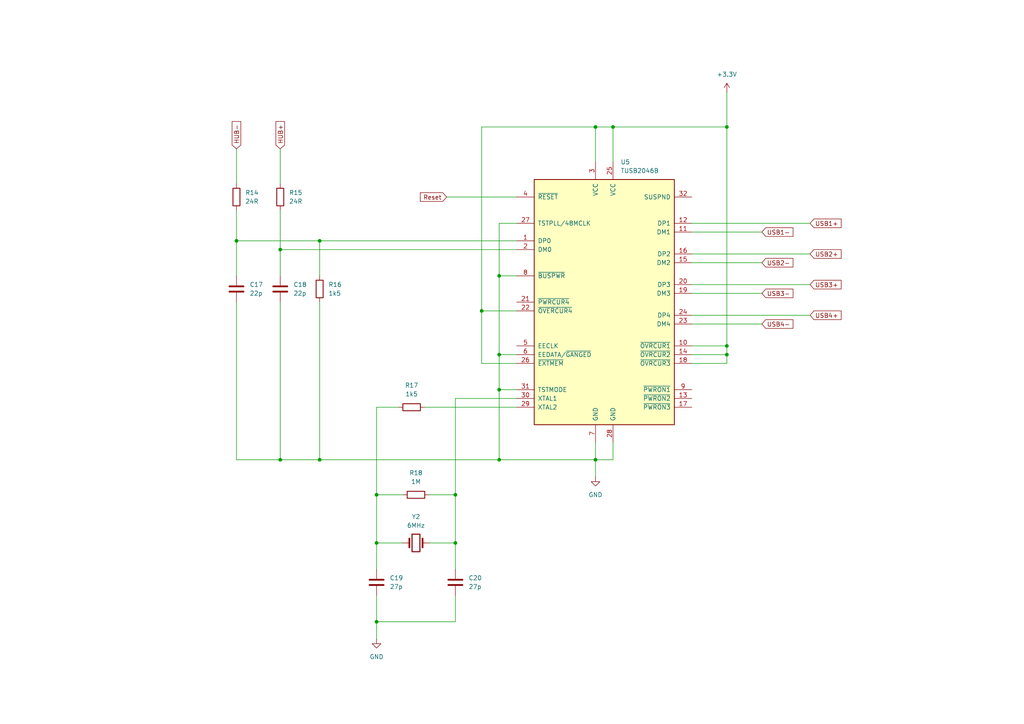
<source format=kicad_sch>
(kicad_sch (version 20231120) (generator "eeschema") (generator_version "8.0")
  (paper "A4")
  (title_block (rev "0.1"))
  (lib_symbols
    (symbol "Device:C" (pin_numbers hide) (pin_names (offset 0.254))
      (property "Reference" "C" (at 0.635 2.54 0))
      (property "Value" "C" (at 0.635 -2.54 0))
      (symbol "C_0_1"
        (polyline (pts (xy -2.032 -0.762) (xy 2.032 -0.762)) (stroke (width 0.508)))
        (polyline (pts (xy -2.032 0.762) (xy 2.032 0.762)) (stroke (width 0.508)))
      )
      (symbol "C_1_1"
        (pin passive line (at 0 3.81 270) (length 2.794) (name "~") (number "1"))
        (pin passive line (at 0 -3.81 90) (length 2.794) (name "~") (number "2"))
      )
    )
    (symbol "Device:Crystal" (pin_numbers hide) (pin_names (offset 1.016) hide)
      (property "Reference" "Y" (at 0 3.81 0))
      (property "Value" "Crystal" (at 0 -3.81 0))
      (symbol "Crystal_0_1"
        (rectangle (start -1.143 2.54) (end 1.143 -2.54) (stroke (width 0.3048)))
        (polyline (pts (xy -2.54 0) (xy -1.905 0)))
        (polyline (pts (xy -1.905 -1.27) (xy -1.905 1.27)) (stroke (width 0.508)))
        (polyline (pts (xy 1.905 -1.27) (xy 1.905 1.27)) (stroke (width 0.508)))
        (polyline (pts (xy 2.54 0) (xy 1.905 0)))
      )
      (symbol "Crystal_1_1"
        (pin passive line (at -3.81 0 0) (length 1.27) (name "1") (number "1"))
        (pin passive line (at 3.81 0 180) (length 1.27) (name "2") (number "2"))
      )
    )
    (symbol "Device:R" (pin_numbers hide) (pin_names (offset 0))
      (property "Reference" "R" (at 2.032 0 90))
      (property "Value" "R" (at 0 0 90))
      (symbol "R_0_1"
        (rectangle (start -1.016 -2.54) (end 1.016 2.54) (stroke (width 0.254)))
      )
      (symbol "R_1_1"
        (pin passive line (at 0 3.81 270) (length 1.27) (name "~") (number "1"))
        (pin passive line (at 0 -3.81 90) (length 1.27) (name "~") (number "2"))
      )
    )
    (symbol "My_Parts:TUSB2046B" (pin_names (offset 1.016))
      (property "Reference" "U" (at -19.05 36.83 0))
      (property "Value" "TUSB2046B" (at 0 0 0))
      (symbol "TUSB2046B_0_1"
        (rectangle (start -20.32 35.56) (end 20.32 -35.56) (stroke (width 0.254)) (fill (type background)))
      )
      (symbol "TUSB2046B_1_1"
        (pin bidirectional line (at -25.4 17.78 0) (length 5.08) (name "DP0") (number "1"))
        (pin input line (at 25.4 -12.7 180) (length 5.08) (name "~{OVRCUR1}") (number "10"))
        (pin bidirectional line (at 25.4 20.32 180) (length 5.08) (name "DM1") (number "11"))
        (pin bidirectional line (at 25.4 22.86 180) (length 5.08) (name "DP1") (number "12"))
        (pin output line (at 25.4 -27.94 180) (length 5.08) (name "~{PWRON2}") (number "13"))
        (pin input line (at 25.4 -15.24 180) (length 5.08) (name "~{OVRCUR2}") (number "14"))
        (pin bidirectional line (at 25.4 11.43 180) (length 5.08) (name "DM2") (number "15"))
        (pin bidirectional line (at 25.4 13.97 180) (length 5.08) (name "DP2") (number "16"))
        (pin output line (at 25.4 -30.48 180) (length 5.08) (name "~{PWRON3}") (number "17"))
        (pin input line (at 25.4 -17.78 180) (length 5.08) (name "~{OVRCUR3}") (number "18"))
        (pin bidirectional line (at 25.4 2.54 180) (length 5.08) (name "DM3") (number "19"))
        (pin bidirectional line (at -25.4 15.24 0) (length 5.08) (name "DM0") (number "2"))
        (pin bidirectional line (at 25.4 5.08 180) (length 5.08) (name "DP3") (number "20"))
        (pin input line (at -25.4 0 0) (length 5.08) (name "~{PWRCUR4}") (number "21"))
        (pin input line (at -25.4 -2.54 0) (length 5.08) (name "~{OVERCUR4}") (number "22"))
        (pin bidirectional line (at 25.4 -6.35 180) (length 5.08) (name "DM4") (number "23"))
        (pin bidirectional line (at 25.4 -3.81 180) (length 5.08) (name "DP4") (number "24"))
        (pin power_in line (at 2.54 40.64 270) (length 5.08) (name "VCC") (number "25"))
        (pin input line (at -25.4 -17.78 0) (length 5.08) (name "~{EXTMEM}") (number "26"))
        (pin output line (at -25.4 22.86 0) (length 5.08) (name "TSTPLL/48MCLK") (number "27"))
        (pin power_in line (at 2.54 -40.64 90) (length 5.08) (name "GND") (number "28"))
        (pin output line (at -25.4 -30.48 0) (length 5.08) (name "XTAL2") (number "29"))
        (pin power_in line (at -2.54 40.64 270) (length 5.08) (name "VCC") (number "3"))
        (pin input line (at -25.4 -27.94 0) (length 5.08) (name "XTAL1") (number "30"))
        (pin input line (at -25.4 -25.4 0) (length 5.08) (name "TSTMODE") (number "31"))
        (pin output line (at 25.4 30.48 180) (length 5.08) (name "SUSPND") (number "32"))
        (pin input line (at -25.4 30.48 0) (length 5.08) (name "~{RESET}") (number "4"))
        (pin tri_state line (at -25.4 -12.7 0) (length 5.08) (name "EECLK") (number "5"))
        (pin bidirectional line (at -25.4 -15.24 0) (length 5.08) (name "EEDATA/~{GANGED}") (number "6"))
        (pin power_in line (at -2.54 -40.64 90) (length 5.08) (name "GND") (number "7"))
        (pin input line (at -25.4 7.62 0) (length 5.08) (name "~{BUSPWR}") (number "8"))
        (pin output line (at 25.4 -25.4 180) (length 5.08) (name "~{PWRON1}") (number "9"))
      )
    )
    (symbol "power:+3.3V" (power) (pin_numbers hide) (pin_names (offset 0) hide)
      (property "Value" "+3.3V" (at 0 3.556 0))
      (symbol "+3.3V_0_1"
        (polyline (pts (xy -0.762 1.27) (xy 0 2.54)))
        (polyline (pts (xy 0 0) (xy 0 2.54)))
        (polyline (pts (xy 0 2.54) (xy 0.762 1.27)))
      )
      (symbol "+3.3V_1_1"
        (pin power_in line (at 0 0 90) (length 0) (name "~") (number "1"))
      )
    )
    (symbol "power:GND" (power) (pin_numbers hide) (pin_names (offset 0) hide)
      (property "Value" "GND" (at 0 -3.81 0))
      (symbol "GND_0_1"
        (polyline (pts (xy 0 0) (xy 0 -1.27) (xy 1.27 -1.27) (xy 0 -2.54) (xy -1.27 -1.27) (xy 0 -1.27)))
      )
      (symbol "GND_1_1"
        (pin power_in line (at 0 0 270) (length 0) (name "~") (number "1"))
      )
    )
  )
  (junction (at 81.28 133.35))
  (junction (at 109.22 143.51))
  (junction (at 172.72 133.35))
  (junction (at 132.08 157.48))
  (junction (at 139.7 90.17))
  (junction (at 68.58 69.85))
  (junction (at 144.78 113.03))
  (junction (at 132.08 143.51))
  (junction (at 210.82 36.83))
  (junction (at 109.22 157.48))
  (junction (at 210.82 102.87))
  (junction (at 109.22 180.34))
  (junction (at 177.8 36.83))
  (junction (at 144.78 133.35))
  (junction (at 81.28 72.39))
  (junction (at 144.78 102.87))
  (junction (at 92.71 133.35))
  (junction (at 92.71 69.85))
  (junction (at 210.82 100.33))
  (junction (at 144.78 80.01))
  (junction (at 172.72 36.83))
  (wire (pts (xy 149.86 115.57) (xy 132.08 115.57)))
  (wire (pts (xy 210.82 26.67) (xy 210.82 36.83)))
  (wire (pts (xy 92.71 87.63) (xy 92.71 133.35)))
  (wire (pts (xy 81.28 87.63) (xy 81.28 133.35)))
  (wire (pts (xy 81.28 133.35) (xy 92.71 133.35)))
  (wire (pts (xy 132.08 143.51) (xy 132.08 157.48)))
  (wire (pts (xy 177.8 36.83) (xy 177.8 46.99)))
  (wire (pts (xy 81.28 72.39) (xy 81.28 80.01)))
  (wire (pts (xy 68.58 43.18) (xy 68.58 53.34)))
  (wire (pts (xy 139.7 105.41) (xy 149.86 105.41)))
  (wire (pts (xy 109.22 180.34) (xy 109.22 185.42)))
  (wire (pts (xy 200.66 93.98) (xy 220.98 93.98)))
  (wire (pts (xy 81.28 43.18) (xy 81.28 53.34)))
  (wire (pts (xy 132.08 172.72) (xy 132.08 180.34)))
  (wire (pts (xy 92.71 69.85) (xy 149.86 69.85)))
  (wire (pts (xy 149.86 80.01) (xy 144.78 80.01)))
  (wire (pts (xy 144.78 113.03) (xy 149.86 113.03)))
  (wire (pts (xy 124.46 157.48) (xy 132.08 157.48)))
  (wire (pts (xy 177.8 133.35) (xy 172.72 133.35)))
  (wire (pts (xy 200.66 100.33) (xy 210.82 100.33)))
  (wire (pts (xy 109.22 165.1) (xy 109.22 157.48)))
  (wire (pts (xy 68.58 60.96) (xy 68.58 69.85)))
  (wire (pts (xy 177.8 128.27) (xy 177.8 133.35)))
  (wire (pts (xy 116.84 143.51) (xy 109.22 143.51)))
  (wire (pts (xy 144.78 64.77) (xy 144.78 80.01)))
  (wire (pts (xy 172.72 36.83) (xy 172.72 46.99)))
  (wire (pts (xy 81.28 72.39) (xy 149.86 72.39)))
  (wire (pts (xy 139.7 90.17) (xy 149.86 90.17)))
  (wire (pts (xy 200.66 85.09) (xy 220.98 85.09)))
  (wire (pts (xy 200.66 64.77) (xy 234.95 64.77)))
  (wire (pts (xy 132.08 157.48) (xy 132.08 165.1)))
  (wire (pts (xy 68.58 133.35) (xy 81.28 133.35)))
  (wire (pts (xy 144.78 133.35) (xy 172.72 133.35)))
  (wire (pts (xy 109.22 118.11) (xy 109.22 143.51)))
  (wire (pts (xy 144.78 102.87) (xy 144.78 113.03)))
  (wire (pts (xy 68.58 87.63) (xy 68.58 133.35)))
  (wire (pts (xy 139.7 105.41) (xy 139.7 90.17)))
  (wire (pts (xy 210.82 102.87) (xy 210.82 105.41)))
  (wire (pts (xy 200.66 91.44) (xy 234.95 91.44)))
  (wire (pts (xy 81.28 60.96) (xy 81.28 72.39)))
  (wire (pts (xy 129.54 57.15) (xy 149.86 57.15)))
  (wire (pts (xy 68.58 69.85) (xy 92.71 69.85)))
  (wire (pts (xy 109.22 157.48) (xy 116.84 157.48)))
  (wire (pts (xy 92.71 69.85) (xy 92.71 80.01)))
  (wire (pts (xy 123.19 118.11) (xy 149.86 118.11)))
  (wire (pts (xy 210.82 36.83) (xy 210.82 100.33)))
  (wire (pts (xy 139.7 36.83) (xy 172.72 36.83)))
  (wire (pts (xy 68.58 69.85) (xy 68.58 80.01)))
  (wire (pts (xy 200.66 102.87) (xy 210.82 102.87)))
  (wire (pts (xy 139.7 36.83) (xy 139.7 90.17)))
  (wire (pts (xy 172.72 133.35) (xy 172.72 138.43)))
  (wire (pts (xy 210.82 100.33) (xy 210.82 102.87)))
  (wire (pts (xy 172.72 128.27) (xy 172.72 133.35)))
  (wire (pts (xy 109.22 143.51) (xy 109.22 157.48)))
  (wire (pts (xy 132.08 115.57) (xy 132.08 143.51)))
  (wire (pts (xy 144.78 113.03) (xy 144.78 133.35)))
  (wire (pts (xy 200.66 76.2) (xy 220.98 76.2)))
  (wire (pts (xy 172.72 36.83) (xy 177.8 36.83)))
  (wire (pts (xy 200.66 73.66) (xy 234.95 73.66)))
  (wire (pts (xy 177.8 36.83) (xy 210.82 36.83)))
  (wire (pts (xy 200.66 105.41) (xy 210.82 105.41)))
  (wire (pts (xy 115.57 118.11) (xy 109.22 118.11)))
  (wire (pts (xy 149.86 64.77) (xy 144.78 64.77)))
  (wire (pts (xy 92.71 133.35) (xy 144.78 133.35)))
  (wire (pts (xy 144.78 102.87) (xy 149.86 102.87)))
  (wire (pts (xy 144.78 80.01) (xy 144.78 102.87)))
  (wire (pts (xy 109.22 180.34) (xy 109.22 172.72)))
  (wire (pts (xy 132.08 180.34) (xy 109.22 180.34)))
  (wire (pts (xy 200.66 67.31) (xy 220.98 67.31)))
  (wire (pts (xy 200.66 82.55) (xy 234.95 82.55)))
  (wire (pts (xy 124.46 143.51) (xy 132.08 143.51)))
  (global_label "HUB-" (shape input) (at 68.58 43.18 90) (property "Intersheetrefs" "${INTERSHEET_REFS}" (effects (hide yes))))
  (global_label "HUB+" (shape input) (at 81.28 43.18 90) (property "Intersheetrefs" "${INTERSHEET_REFS}" (effects (hide yes))))
  (global_label "USB3-" (shape input) (at 220.98 85.09 0) (property "Intersheetrefs" "${INTERSHEET_REFS}" (effects (hide yes))))
  (global_label "USB2-" (shape input) (at 220.98 76.2 0) (property "Intersheetrefs" "${INTERSHEET_REFS}" (effects (hide yes))))
  (global_label "USB2+" (shape input) (at 234.95 73.66 0) (property "Intersheetrefs" "${INTERSHEET_REFS}" (effects (hide yes))))
  (global_label "USB4+" (shape input) (at 234.95 91.44 0) (property "Intersheetrefs" "${INTERSHEET_REFS}" (effects (hide yes))))
  (global_label "Reset" (shape input) (at 129.54 57.15 180) (property "Intersheetrefs" "${INTERSHEET_REFS}" (effects (hide yes))))
  (global_label "USB4-" (shape input) (at 220.98 93.98 0) (property "Intersheetrefs" "${INTERSHEET_REFS}" (effects (hide yes))))
  (global_label "USB1-" (shape input) (at 220.98 67.31 0) (property "Intersheetrefs" "${INTERSHEET_REFS}" (effects (hide yes))))
  (global_label "USB1+" (shape input) (at 234.95 64.77 0) (property "Intersheetrefs" "${INTERSHEET_REFS}" (effects (hide yes))))
  (global_label "USB3+" (shape input) (at 234.95 82.55 0) (property "Intersheetrefs" "${INTERSHEET_REFS}" (effects (hide yes))))
  (symbol (lib_id "Device:Crystal") (at 120.65 157.48 0) (unit 1)
    (property "Reference" "Y2" (at 120.65 149.86 0))
    (property "Value" "6MHz" (at 120.65 152.4 0))
    (property "Footprint" "Crystal:Crystal_SMD_HC49-SD" (effects (hide yes)))
    (property "Description" "Two pin crystal" (effects (hide yes)))
    (property "MPN" "C29835" (effects (hide yes)))
  )
  (symbol (lib_id "power:GND") (at 172.72 138.43 0) (unit 1)
    (property "Reference" "#PWR17" (effects (hide yes)))
    (property "Value" "GND" (at 172.72 143.51 0))
    (property "Description" "Power symbol creates a global label with name \"GND\" , ground" (effects (hide yes)))
  )
  (symbol (lib_id "Device:C") (at 109.22 168.91 0) (unit 1)
    (property "Reference" "C19" (at 113.03 167.6399 0) (effects (justify left)))
    (property "Value" "27p" (at 113.03 170.1799 0) (effects (justify left)))
    (property "Footprint" "Capacitor_SMD:C_0201_0603Metric" (effects (hide yes)))
    (property "Description" "Unpolarized capacitor" (effects (hide yes)))
    (property "MPN" "C1656" (effects (hide yes)))
  )
  (symbol (lib_id "My_Parts:TUSB2046B") (at 175.26 87.63 0) (unit 1)
    (property "Reference" "U5" (at 179.9941 46.99 0) (effects (justify left)))
    (property "Value" "TUSB2046B" (at 179.9941 49.53 0) (effects (justify left)))
    (property "Footprint" "Package_QFP:LQFP-32_7x7mm_P0.8mm" (effects (hide yes)))
    (property "Datasheet" "http://www.ti.com/lit/ds/symlink/tusb2036.pdf" (effects (hide yes)))
    (property "Description" "2- or 3-Port USB1.1 HUB with optional serial EEPROM" (effects (hide yes)))
  )
  (symbol (lib_id "Device:R") (at 92.71 83.82 0) (unit 1)
    (property "Reference" "R16" (at 95.25 82.5499 0) (effects (justify left)))
    (property "Value" "1k5" (at 95.25 85.0899 0) (effects (justify left)))
    (property "Footprint" "Resistor_SMD:R_0201_0603Metric" (effects (hide yes)))
    (property "Description" "Resistor" (effects (hide yes)))
    (property "MPN" "C22843" (effects (hide yes)))
  )
  (symbol (lib_id "Device:R") (at 120.65 143.51 90) (unit 1)
    (property "Reference" "R18" (at 120.65 137.16 90))
    (property "Value" "1M" (at 120.65 139.7 90))
    (property "Footprint" "Resistor_SMD:R_0201_0603Metric" (effects (hide yes)))
    (property "Description" "Resistor" (effects (hide yes)))
    (property "MPN" "C22935" (effects (hide yes)))
  )
  (symbol (lib_id "power:+3.3V") (at 210.82 26.67 0) (unit 1)
    (property "Reference" "#PWR18" (effects (hide yes)))
    (property "Value" "+3.3V" (at 210.82 21.59 0))
    (property "Description" "Power symbol creates a global label with name \"+3.3V\"" (effects (hide yes)))
  )
  (symbol (lib_id "Device:R") (at 81.28 57.15 0) (unit 1)
    (property "Reference" "R15" (at 83.82 55.8799 0) (effects (justify left)))
    (property "Value" "24R" (at 83.82 58.4199 0) (effects (justify left)))
    (property "Footprint" "Resistor_SMD:R_0201_0603Metric" (effects (hide yes)))
    (property "Description" "Resistor" (effects (hide yes)))
    (property "MPN" "C4198" (effects (hide yes)))
  )
  (symbol (lib_id "Device:C") (at 132.08 168.91 0) (unit 1)
    (property "Reference" "C20" (at 135.89 167.6399 0) (effects (justify left)))
    (property "Value" "27p" (at 135.89 170.1799 0) (effects (justify left)))
    (property "Footprint" "Capacitor_SMD:C_0201_0603Metric" (effects (hide yes)))
    (property "Description" "Unpolarized capacitor" (effects (hide yes)))
    (property "MPN" "C1656" (effects (hide yes)))
  )
  (symbol (lib_id "Device:C") (at 68.58 83.82 0) (unit 1)
    (property "Reference" "C17" (at 72.39 82.5499 0) (effects (justify left)))
    (property "Value" "22p" (at 72.39 85.0899 0) (effects (justify left)))
    (property "Footprint" "Capacitor_SMD:C_0201_0603Metric" (effects (hide yes)))
    (property "Description" "Unpolarized capacitor" (effects (hide yes)))
    (property "MPN" "C1653" (effects (hide yes)))
  )
  (symbol (lib_id "Device:C") (at 81.28 83.82 0) (unit 1)
    (property "Reference" "C18" (at 85.09 82.5499 0) (effects (justify left)))
    (property "Value" "22p" (at 85.09 85.0899 0) (effects (justify left)))
    (property "Footprint" "Capacitor_SMD:C_0201_0603Metric" (effects (hide yes)))
    (property "Description" "Unpolarized capacitor" (effects (hide yes)))
    (property "MPN" "C1653" (effects (hide yes)))
  )
  (symbol (lib_id "power:GND") (at 109.22 185.42 0) (unit 1)
    (property "Reference" "#PWR16" (effects (hide yes)))
    (property "Value" "GND" (at 109.22 190.5 0))
    (property "Description" "Power symbol creates a global label with name \"GND\" , ground" (effects (hide yes)))
  )
  (symbol (lib_id "Device:R") (at 68.58 57.15 0) (unit 1)
    (property "Reference" "R14" (at 71.12 55.8799 0) (effects (justify left)))
    (property "Value" "24R" (at 71.12 58.4199 0) (effects (justify left)))
    (property "Footprint" "Resistor_SMD:R_0201_0603Metric" (effects (hide yes)))
    (property "Description" "Resistor" (effects (hide yes)))
    (property "MPN" "C4198" (effects (hide yes)))
  )
  (symbol (lib_id "Device:R") (at 119.38 118.11 90) (unit 1)
    (property "Reference" "R17" (at 119.38 111.76 90))
    (property "Value" "1k5" (at 119.38 114.3 90))
    (property "Footprint" "Resistor_SMD:R_0201_0603Metric" (effects (hide yes)))
    (property "Description" "Resistor" (effects (hide yes)))
    (property "MPN" "C22843" (effects (hide yes)))
  )
)
</source>
